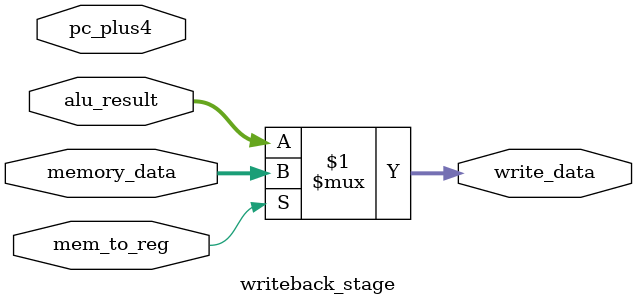
<source format=sv>
module writeback_stage(
    input logic [31:0] alu_result,
    input logic [31:0] memory_data,
    input logic [31:0] pc_plus4,
    input logic mem_to_reg,
    output logic [31:0] write_data
);
    // Writeback MUX
    assign write_data = mem_to_reg ? memory_data : alu_result;
endmodule

</source>
